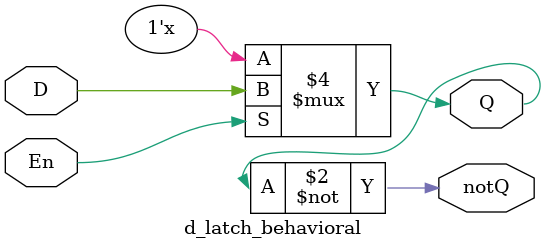
<source format=v>
`timescale 1ns / 1ps
`default_nettype none

module d_latch_behavioral(Q, notQ, D, En);
    output reg Q;
    output wire notQ;
    input wire D, En;

    always @(En or D) begin
        if (En)
            Q = D;
    end

    assign notQ = ~Q;

endmodule

</source>
